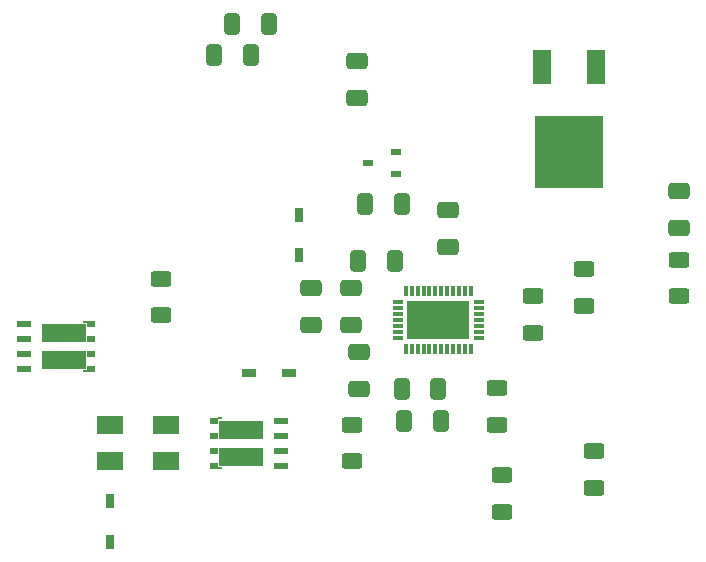
<source format=gbr>
%TF.GenerationSoftware,KiCad,Pcbnew,7.0.8*%
%TF.CreationDate,2024-02-23T11:16:18-06:00*%
%TF.ProjectId,LT4020_12_BatCharger,4c543430-3230-45f3-9132-5f4261744368,rev?*%
%TF.SameCoordinates,Original*%
%TF.FileFunction,Paste,Top*%
%TF.FilePolarity,Positive*%
%FSLAX46Y46*%
G04 Gerber Fmt 4.6, Leading zero omitted, Abs format (unit mm)*
G04 Created by KiCad (PCBNEW 7.0.8) date 2024-02-23 11:16:18*
%MOMM*%
%LPD*%
G01*
G04 APERTURE LIST*
G04 Aperture macros list*
%AMRoundRect*
0 Rectangle with rounded corners*
0 $1 Rounding radius*
0 $2 $3 $4 $5 $6 $7 $8 $9 X,Y pos of 4 corners*
0 Add a 4 corners polygon primitive as box body*
4,1,4,$2,$3,$4,$5,$6,$7,$8,$9,$2,$3,0*
0 Add four circle primitives for the rounded corners*
1,1,$1+$1,$2,$3*
1,1,$1+$1,$4,$5*
1,1,$1+$1,$6,$7*
1,1,$1+$1,$8,$9*
0 Add four rect primitives between the rounded corners*
20,1,$1+$1,$2,$3,$4,$5,0*
20,1,$1+$1,$4,$5,$6,$7,0*
20,1,$1+$1,$6,$7,$8,$9,0*
20,1,$1+$1,$8,$9,$2,$3,0*%
G04 Aperture macros list end*
%ADD10RoundRect,0.250000X0.625000X-0.400000X0.625000X0.400000X-0.625000X0.400000X-0.625000X-0.400000X0*%
%ADD11R,3.810000X1.650000*%
%ADD12R,1.270000X0.610000*%
%ADD13R,0.710000X0.610000*%
%ADD14R,0.310000X0.230000*%
%ADD15R,2.200000X1.500000*%
%ADD16R,0.750000X1.200000*%
%ADD17RoundRect,0.250000X-0.412500X-0.650000X0.412500X-0.650000X0.412500X0.650000X-0.412500X0.650000X0*%
%ADD18RoundRect,0.250000X-0.625000X0.400000X-0.625000X-0.400000X0.625000X-0.400000X0.625000X0.400000X0*%
%ADD19RoundRect,0.250000X0.650000X-0.412500X0.650000X0.412500X-0.650000X0.412500X-0.650000X-0.412500X0*%
%ADD20RoundRect,0.250000X0.412500X0.650000X-0.412500X0.650000X-0.412500X-0.650000X0.412500X-0.650000X0*%
%ADD21R,1.600000X3.000000*%
%ADD22R,5.800000X6.200000*%
%ADD23R,0.300000X0.850000*%
%ADD24R,0.850000X0.300000*%
%ADD25R,5.250000X3.250000*%
%ADD26RoundRect,0.250000X-0.650000X0.412500X-0.650000X-0.412500X0.650000X-0.412500X0.650000X0.412500X0*%
%ADD27R,1.200000X0.750000*%
%ADD28R,0.900000X0.600000*%
G04 APERTURE END LIST*
D10*
%TO.C,R_SENSEB1*%
X192328800Y-104420000D03*
X192328800Y-101320000D03*
%TD*%
%TO.C,R_SENSEA1*%
X176149000Y-92075600D03*
X176149000Y-88975600D03*
%TD*%
D11*
%TO.C,Q3*%
X167952000Y-95871600D03*
D12*
X164592000Y-92811600D03*
X164592000Y-94081600D03*
X164592000Y-95351600D03*
X164592000Y-96621600D03*
D13*
X170212000Y-96621600D03*
X170212000Y-95351600D03*
X170212000Y-94081600D03*
X170212000Y-92811600D03*
D11*
X167952000Y-93561600D03*
D14*
X169702000Y-92621600D03*
X169702000Y-96811600D03*
%TD*%
D15*
%TO.C,FL1*%
X171855400Y-101371400D03*
X171855400Y-104371400D03*
X176555400Y-104371400D03*
X176555400Y-101371400D03*
%TD*%
D16*
%TO.C,D3*%
X171881800Y-111224800D03*
X171881800Y-107824800D03*
%TD*%
D17*
%TO.C,C_senseB1*%
X196760700Y-100990400D03*
X199885700Y-100990400D03*
%TD*%
D18*
%TO.C,R_FBMAX_1*%
X207695800Y-90448800D03*
X207695800Y-93548800D03*
%TD*%
D10*
%TO.C,R_FB2*%
X211963000Y-91288200D03*
X211963000Y-88188200D03*
%TD*%
D19*
%TO.C,C_CSN1*%
X220000000Y-84696700D03*
X220000000Y-81571700D03*
%TD*%
D20*
%TO.C,C_OUT2*%
X185280700Y-67411600D03*
X182155700Y-67411600D03*
%TD*%
D18*
%TO.C,R_CSN1*%
X220000000Y-87375400D03*
X220000000Y-90475400D03*
%TD*%
D20*
%TO.C,C_IN3*%
X199657100Y-98348800D03*
X196532100Y-98348800D03*
%TD*%
D21*
%TO.C,Q1*%
X213028800Y-71075400D03*
D22*
X210743800Y-78255400D03*
D21*
X208458800Y-71075400D03*
%TD*%
D23*
%TO.C,IC1*%
X196894000Y-94906000D03*
X197394000Y-94906000D03*
X197894000Y-94906000D03*
X198394000Y-94906000D03*
X198894000Y-94906000D03*
X199394000Y-94906000D03*
X199894000Y-94906000D03*
X200394000Y-94906000D03*
X200894000Y-94906000D03*
X201394000Y-94906000D03*
X201894000Y-94906000D03*
X202394000Y-94906000D03*
D24*
X203094000Y-93956000D03*
X203094000Y-93456000D03*
X203094000Y-92956000D03*
X203094000Y-92456000D03*
X203094000Y-91956000D03*
X203094000Y-91456000D03*
X203094000Y-90956000D03*
D23*
X202394000Y-90006000D03*
X201894000Y-90006000D03*
X201394000Y-90006000D03*
X200894000Y-90006000D03*
X200394000Y-90006000D03*
X199894000Y-90006000D03*
X199394000Y-90006000D03*
X198894000Y-90006000D03*
X198394000Y-90006000D03*
X197894000Y-90006000D03*
X197394000Y-90006000D03*
X196894000Y-90006000D03*
D24*
X196194000Y-90956000D03*
X196194000Y-91456000D03*
X196194000Y-91956000D03*
X196194000Y-92456000D03*
X196194000Y-92956000D03*
X196194000Y-93456000D03*
X196194000Y-93956000D03*
D25*
X199644000Y-92456000D03*
%TD*%
D26*
%TO.C,C_VC1*%
X192735200Y-70522700D03*
X192735200Y-73647700D03*
%TD*%
D19*
%TO.C,C_IN1*%
X192278000Y-92850100D03*
X192278000Y-89725100D03*
%TD*%
D17*
%TO.C,C_OUT1*%
X180682500Y-70027800D03*
X183807500Y-70027800D03*
%TD*%
D19*
%TO.C,C_CSOUT1*%
X200431400Y-86296900D03*
X200431400Y-83171900D03*
%TD*%
D27*
%TO.C,D2*%
X186993000Y-96926400D03*
X183593000Y-96926400D03*
%TD*%
D20*
%TO.C,C_intvcc1*%
X195948700Y-87452200D03*
X192823700Y-87452200D03*
%TD*%
D26*
%TO.C,C_BST1*%
X192938400Y-95148400D03*
X192938400Y-98273400D03*
%TD*%
D18*
%TO.C,R_CS1*%
X205054200Y-105612600D03*
X205054200Y-108712600D03*
%TD*%
D20*
%TO.C,C_BST2*%
X196546000Y-82626200D03*
X193421000Y-82626200D03*
%TD*%
D10*
%TO.C,R_RT1*%
X204622400Y-101346600D03*
X204622400Y-98246600D03*
%TD*%
D12*
%TO.C,Q2*%
X186283600Y-104800400D03*
X186283600Y-103530400D03*
X186283600Y-102260400D03*
X186283600Y-100990400D03*
D13*
X180663600Y-100990400D03*
X180663600Y-102260400D03*
X180663600Y-103530400D03*
X180663600Y-104800400D03*
D11*
X182923600Y-104050400D03*
X182923600Y-101740400D03*
D14*
X181173600Y-104990400D03*
X181173600Y-100800400D03*
%TD*%
D10*
%TO.C,R_CSP1*%
X212801200Y-106655200D03*
X212801200Y-103555200D03*
%TD*%
D28*
%TO.C,Z1*%
X196068800Y-80147200D03*
X196068800Y-78247200D03*
X193668800Y-79197200D03*
%TD*%
D16*
%TO.C,D1*%
X187883800Y-83593200D03*
X187883800Y-86993200D03*
%TD*%
D19*
%TO.C,C_IN2*%
X188899800Y-92900900D03*
X188899800Y-89775900D03*
%TD*%
M02*

</source>
